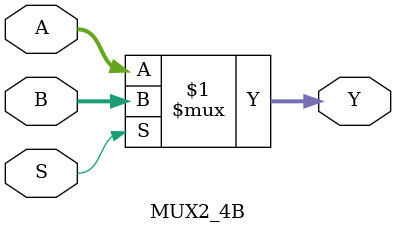
<source format=v>
module MUX2_4B (A,B,S,Y);
    input [3:0] A,B;
    input S;
    output [3:0] Y;
    assign Y = (S)? B: A; 
endmodule

</source>
